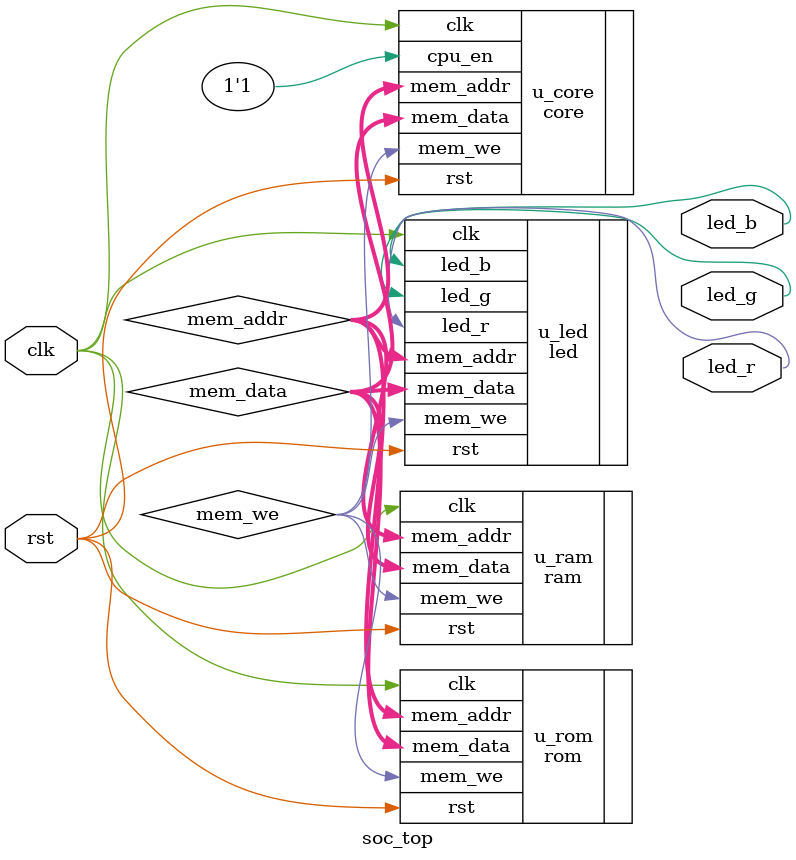
<source format=v>
module soc_top (
    input           clk,
    input           rst,

    output          led_r,
    output          led_g,
    output          led_b
);

    wire            mem_we;
    wire    [31:0]  mem_addr;
    wire    [31:0]  mem_data;

    core u_core (
        .clk        (clk),
        .rst        (rst),
        .cpu_en     (1'b1),
        .mem_we     (mem_we),
        .mem_addr   (mem_addr),
        .mem_data   (mem_data)
    );

    ram u_ram (
        .clk        (clk),
        .rst        (rst),
        .mem_we     (mem_we),
        .mem_addr   (mem_addr),
        .mem_data   (mem_data)
    );

    rom u_rom (
        .clk        (clk),
        .rst        (rst),
        .mem_we     (mem_we),
        .mem_addr   (mem_addr),
        .mem_data   (mem_data)
    );

    led u_led (
        .clk        (clk),
        .rst        (rst),
        .mem_we     (mem_we),
        .mem_addr   (mem_addr),
        .mem_data   (mem_data),
        .led_r      (led_r),
        .led_g      (led_g),
        .led_b      (led_b)
    );

endmodule
</source>
